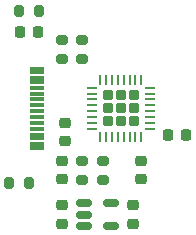
<source format=gtp>
%TF.GenerationSoftware,KiCad,Pcbnew,5.99.0-unknown-c33b2cfa8d~128~ubuntu20.04.1*%
%TF.CreationDate,2021-05-18T07:02:02+07:00*%
%TF.ProjectId,PmodUsbUlpi,506d6f64-5573-4625-956c-70692e6b6963,1*%
%TF.SameCoordinates,Original*%
%TF.FileFunction,Paste,Top*%
%TF.FilePolarity,Positive*%
%FSLAX46Y46*%
G04 Gerber Fmt 4.6, Leading zero omitted, Abs format (unit mm)*
G04 Created by KiCad (PCBNEW 5.99.0-unknown-c33b2cfa8d~128~ubuntu20.04.1) date 2021-05-18 07:02:02*
%MOMM*%
%LPD*%
G01*
G04 APERTURE LIST*
G04 Aperture macros list*
%AMRoundRect*
0 Rectangle with rounded corners*
0 $1 Rounding radius*
0 $2 $3 $4 $5 $6 $7 $8 $9 X,Y pos of 4 corners*
0 Add a 4 corners polygon primitive as box body*
4,1,4,$2,$3,$4,$5,$6,$7,$8,$9,$2,$3,0*
0 Add four circle primitives for the rounded corners*
1,1,$1+$1,$2,$3*
1,1,$1+$1,$4,$5*
1,1,$1+$1,$6,$7*
1,1,$1+$1,$8,$9*
0 Add four rect primitives between the rounded corners*
20,1,$1+$1,$2,$3,$4,$5,0*
20,1,$1+$1,$4,$5,$6,$7,0*
20,1,$1+$1,$6,$7,$8,$9,0*
20,1,$1+$1,$8,$9,$2,$3,0*%
G04 Aperture macros list end*
%ADD10RoundRect,0.218750X0.218750X0.256250X-0.218750X0.256250X-0.218750X-0.256250X0.218750X-0.256250X0*%
%ADD11RoundRect,0.225000X0.250000X-0.225000X0.250000X0.225000X-0.250000X0.225000X-0.250000X-0.225000X0*%
%ADD12RoundRect,0.200000X0.275000X-0.200000X0.275000X0.200000X-0.275000X0.200000X-0.275000X-0.200000X0*%
%ADD13RoundRect,0.200000X0.200000X0.275000X-0.200000X0.275000X-0.200000X-0.275000X0.200000X-0.275000X0*%
%ADD14R,1.150000X0.300000*%
%ADD15RoundRect,0.225000X-0.250000X0.225000X-0.250000X-0.225000X0.250000X-0.225000X0.250000X0.225000X0*%
%ADD16RoundRect,0.225000X-0.225000X-0.250000X0.225000X-0.250000X0.225000X0.250000X-0.225000X0.250000X0*%
%ADD17RoundRect,0.150000X-0.512500X-0.150000X0.512500X-0.150000X0.512500X0.150000X-0.512500X0.150000X0*%
%ADD18RoundRect,0.222500X0.222500X0.222500X-0.222500X0.222500X-0.222500X-0.222500X0.222500X-0.222500X0*%
%ADD19RoundRect,0.062500X0.375000X0.062500X-0.375000X0.062500X-0.375000X-0.062500X0.375000X-0.062500X0*%
%ADD20RoundRect,0.062500X0.062500X0.375000X-0.062500X0.375000X-0.062500X-0.375000X0.062500X-0.375000X0*%
%ADD21RoundRect,0.200000X-0.275000X0.200000X-0.275000X-0.200000X0.275000X-0.200000X0.275000X0.200000X0*%
G04 APERTURE END LIST*
D10*
X144287500Y-93500000D03*
X142712500Y-93500000D03*
D11*
X146250000Y-106025000D03*
X146250000Y-104475000D03*
D12*
X148000000Y-106075000D03*
X148000000Y-104425000D03*
D13*
X144325000Y-91750000D03*
X142675000Y-91750000D03*
D14*
X144170000Y-96650000D03*
X144170000Y-97450000D03*
X144170000Y-98750000D03*
X144170000Y-99750000D03*
X144170000Y-100250000D03*
X144170000Y-101250000D03*
X144170000Y-102550000D03*
X144170000Y-103350000D03*
X144170000Y-103050000D03*
X144170000Y-102250000D03*
X144170000Y-101750000D03*
X144170000Y-100750000D03*
X144170000Y-99250000D03*
X144170000Y-98250000D03*
X144170000Y-97750000D03*
X144170000Y-96950000D03*
D12*
X148000000Y-95825000D03*
X148000000Y-94175000D03*
D15*
X146250000Y-108225000D03*
X146250000Y-109775000D03*
D16*
X155225000Y-102250000D03*
X156775000Y-102250000D03*
D15*
X146500000Y-101225000D03*
X146500000Y-102775000D03*
D17*
X148112500Y-108050000D03*
X148112500Y-109000000D03*
X148112500Y-109950000D03*
X150387500Y-109950000D03*
X150387500Y-108050000D03*
D18*
X150150000Y-98900000D03*
X151250000Y-101100000D03*
X152350000Y-101100000D03*
X150150000Y-100000000D03*
X152350000Y-100000000D03*
X151250000Y-100000000D03*
X150150000Y-101100000D03*
X151250000Y-98900000D03*
X152350000Y-98900000D03*
D19*
X153687500Y-101750000D03*
X153687500Y-101250000D03*
X153687500Y-100750000D03*
X153687500Y-100250000D03*
X153687500Y-99750000D03*
X153687500Y-99250000D03*
X153687500Y-98750000D03*
X153687500Y-98250000D03*
D20*
X153000000Y-97562500D03*
X152500000Y-97562500D03*
X152000000Y-97562500D03*
X151500000Y-97562500D03*
X151000000Y-97562500D03*
X150500000Y-97562500D03*
X150000000Y-97562500D03*
X149500000Y-97562500D03*
D19*
X148812500Y-98250000D03*
X148812500Y-98750000D03*
X148812500Y-99250000D03*
X148812500Y-99750000D03*
X148812500Y-100250000D03*
X148812500Y-100750000D03*
X148812500Y-101250000D03*
X148812500Y-101750000D03*
D20*
X149500000Y-102437500D03*
X150000000Y-102437500D03*
X150500000Y-102437500D03*
X151000000Y-102437500D03*
X151500000Y-102437500D03*
X152000000Y-102437500D03*
X152500000Y-102437500D03*
X153000000Y-102437500D03*
D15*
X152250000Y-108225000D03*
X152250000Y-109775000D03*
D21*
X146250000Y-94175000D03*
X146250000Y-95825000D03*
X149750000Y-104425000D03*
X149750000Y-106075000D03*
D15*
X153000000Y-104475000D03*
X153000000Y-106025000D03*
D13*
X143475000Y-106350000D03*
X141825000Y-106350000D03*
M02*

</source>
